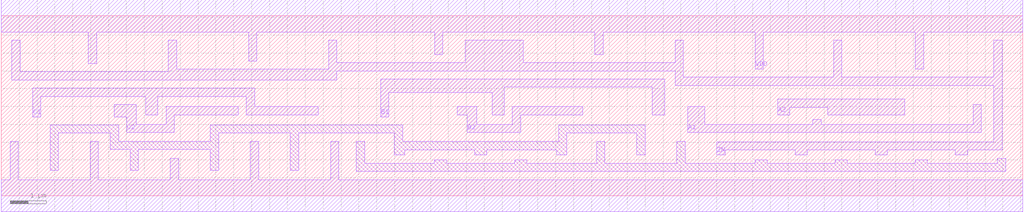
<source format=lef>
# Copyright 2022 GlobalFoundries PDK Authors
#
# Licensed under the Apache License, Version 2.0 (the "License");
# you may not use this file except in compliance with the License.
# You may obtain a copy of the License at
#
#      http://www.apache.org/licenses/LICENSE-2.0
#
# Unless required by applicable law or agreed to in writing, software
# distributed under the License is distributed on an "AS IS" BASIS,
# WITHOUT WARRANTIES OR CONDITIONS OF ANY KIND, either express or implied.
# See the License for the specific language governing permissions and
# limitations under the License.

MACRO gf180mcu_fd_sc_mcu9t5v0__oai222_4
  CLASS core ;
  FOREIGN gf180mcu_fd_sc_mcu9t5v0__oai222_4 0.0 0.0 ;
  ORIGIN 0 0 ;
  SYMMETRY X Y ;
  SITE GF018hv5v_green_sc9 ;
  SIZE 28.56 BY 5.04 ;
  PIN A1
    DIRECTION INPUT ;
    ANTENNAGATEAREA 6.828 ;
    PORT
      LAYER METAL1 ;
        POLYGON 19.19 1.77 27.395 1.77 27.395 2.555 27.165 2.555 27.165 2 22.915 2 22.915 2.145 22.685 2.145 22.685 2 19.66 2 19.66 2.5 19.19 2.5  ;
    END
  END A1
  PIN A2
    DIRECTION INPUT ;
    ANTENNAGATEAREA 6.828 ;
    PORT
      LAYER METAL1 ;
        POLYGON 21.7 2.27 22.04 2.27 22.04 2.48 23.11 2.48 23.11 2.27 25.26 2.27 25.26 2.71 21.7 2.71  ;
    END
  END A2
  PIN B1
    DIRECTION INPUT ;
    ANTENNAGATEAREA 6.828 ;
    PORT
      LAYER METAL1 ;
        POLYGON 10.605 2.215 10.835 2.215 10.835 2.89 13.72 2.89 13.72 2.27 14.06 2.27 14.06 3.04 17.995 3.04 18.2 3.04 18.2 2.27 18.54 2.27 18.54 3.27 17.995 3.27 10.605 3.27  ;
    END
  END B1
  PIN B2
    DIRECTION INPUT ;
    ANTENNAGATEAREA 6.828 ;
    PORT
      LAYER METAL1 ;
        POLYGON 12.74 2.27 13.03 2.27 13.03 1.77 14.52 1.77 14.52 2.27 16.25 2.27 16.25 2.5 14.29 2.5 14.29 2 13.29 2 13.29 2.5 12.74 2.5  ;
    END
  END B2
  PIN C1
    DIRECTION INPUT ;
    ANTENNAGATEAREA 6.828 ;
    PORT
      LAYER METAL1 ;
        POLYGON 0.875 2.215 1.105 2.215 1.105 2.785 4.04 2.785 4.04 2.27 4.38 2.27 4.38 2.785 6.85 2.785 6.85 2.27 8.86 2.27 8.86 2.5 7.08 2.5 7.08 3.015 0.875 3.015  ;
    END
  END C1
  PIN C2
    DIRECTION INPUT ;
    ANTENNAGATEAREA 6.828 ;
    PORT
      LAYER METAL1 ;
        POLYGON 3.165 2.215 3.51 2.215 3.51 1.77 4.84 1.77 4.84 2.27 6.62 2.27 6.62 2.5 4.61 2.5 4.61 2 3.77 2 3.77 2.555 3.165 2.555  ;
    END
  END C2
  PIN ZN
    DIRECTION OUTPUT ;
    ANTENNADIFFAREA 11.5296 ;
    PORT
      LAYER METAL1 ;
        POLYGON 0.295 3.245 9.38 3.245 9.38 3.5 17.995 3.5 18.835 3.5 18.835 3.09 27.745 3.09 27.745 1.515 20.005 1.515 20.005 1.14 20.235 1.14 20.235 1.285 22.19 1.285 22.19 1.14 22.53 1.14 22.53 1.285 24.43 1.285 24.43 1.14 24.77 1.14 24.77 1.285 26.67 1.285 26.67 1.14 27.01 1.14 27.01 1.285 27.975 1.285 27.975 4.36 27.745 4.36 27.745 3.32 23.495 3.32 23.495 4.36 23.265 4.36 23.265 3.32 19.065 3.32 19.065 4.36 18.835 4.36 18.835 3.73 17.995 3.73 14.585 3.73 14.585 4.36 12.97 4.36 12.97 3.73 9.385 3.73 9.385 4.36 9.155 4.36 9.155 3.55 4.905 3.55 4.905 4.36 4.675 4.36 4.675 3.475 0.525 3.475 0.525 4.36 0.295 4.36  ;
    END
  END ZN
  PIN VDD
    DIRECTION INOUT ;
    USE power ;
    SHAPE ABUTMENT ;
    PORT
      LAYER METAL1 ;
        POLYGON 0 4.59 2.435 4.59 2.435 3.705 2.665 3.705 2.665 4.59 6.915 4.59 6.915 3.78 7.145 3.78 7.145 4.59 12.115 4.59 12.115 3.96 12.345 3.96 12.345 4.59 16.595 4.59 16.595 3.96 16.825 3.96 16.825 4.59 17.995 4.59 21.075 4.59 21.075 3.55 21.305 3.55 21.305 4.59 25.555 4.59 25.555 3.55 25.785 3.55 25.785 4.59 28.075 4.59 28.56 4.59 28.56 5.49 28.075 5.49 17.995 5.49 0 5.49  ;
    END
  END VDD
  PIN VSS
    DIRECTION INOUT ;
    USE ground ;
    SHAPE ABUTMENT ;
    PORT
      LAYER METAL1 ;
        POLYGON 0 -0.45 28.56 -0.45 28.56 0.45 9.435 0.45 9.435 1.525 9.205 1.525 9.205 0.45 7.195 0.45 7.195 1.525 6.965 1.525 6.965 0.45 4.955 0.45 4.955 1.055 4.725 1.055 4.725 0.45 2.715 0.45 2.715 1.525 2.485 1.525 2.485 0.45 0.475 0.45 0.475 1.525 0.245 1.525 0.245 0.45 0 0.45  ;
    END
  END VSS
  OBS
      LAYER METAL1 ;
        POLYGON 1.365 0.715 1.595 0.715 1.595 1.755 3.05 1.755 3.05 1.295 3.605 1.295 3.605 0.715 3.835 0.715 3.835 1.295 5.845 1.295 5.845 0.715 6.075 0.715 6.075 1.755 8.085 1.755 8.085 0.715 8.315 0.715 8.315 1.755 10.99 1.755 10.99 1.14 11.275 1.14 11.275 1.29 13.23 1.29 13.23 1.14 13.57 1.14 13.57 1.29 15.525 1.29 15.525 1.14 15.81 1.14 15.81 1.755 17.765 1.755 17.765 1.14 17.995 1.14 17.995 1.985 15.58 1.985 15.58 1.52 11.22 1.52 11.22 1.985 5.845 1.985 5.845 1.525 3.28 1.525 3.28 1.985 1.365 1.985  ;
        POLYGON 9.925 0.68 28.075 0.68 28.075 1.055 27.845 1.055 27.845 0.91 25.89 0.91 25.89 1 25.55 1 25.55 0.91 23.65 0.91 23.65 1 23.31 1 23.31 0.91 21.41 0.91 21.41 1 21.07 1 21.07 0.91 19.115 0.91 19.115 1.525 18.885 1.525 18.885 0.91 16.875 0.91 16.875 1.525 16.645 1.525 16.645 0.91 14.69 0.91 14.69 1 14.35 1 14.35 0.91 12.45 0.91 12.45 1 12.11 1 12.11 0.91 10.155 0.91 10.155 1.525 9.925 1.525  ;
  END
END gf180mcu_fd_sc_mcu9t5v0__oai222_4

</source>
